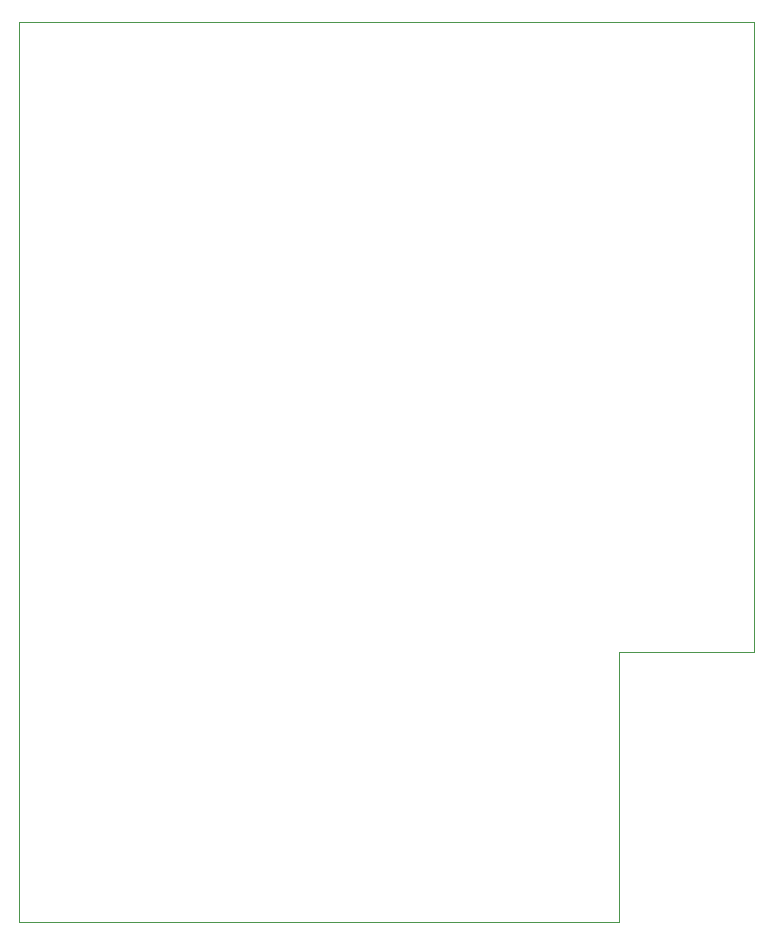
<source format=gbr>
%TF.GenerationSoftware,KiCad,Pcbnew,(5.1.6)-1*%
%TF.CreationDate,2023-05-06T10:29:23-05:00*%
%TF.ProjectId,pcb,7063622e-6b69-4636-9164-5f7063625858,rev?*%
%TF.SameCoordinates,Original*%
%TF.FileFunction,Profile,NP*%
%FSLAX46Y46*%
G04 Gerber Fmt 4.6, Leading zero omitted, Abs format (unit mm)*
G04 Created by KiCad (PCBNEW (5.1.6)-1) date 2023-05-06 10:29:23*
%MOMM*%
%LPD*%
G01*
G04 APERTURE LIST*
%TA.AperFunction,Profile*%
%ADD10C,0.050000*%
%TD*%
G04 APERTURE END LIST*
D10*
X254000Y76708000D02*
X62484000Y76708000D01*
X51054000Y508000D02*
X254000Y508000D01*
X254000Y508000D02*
X254000Y76708000D01*
X62484000Y23368000D02*
X62484000Y76708000D01*
X51054000Y23368000D02*
X62484000Y23368000D01*
X51054000Y508000D02*
X51054000Y23368000D01*
M02*

</source>
